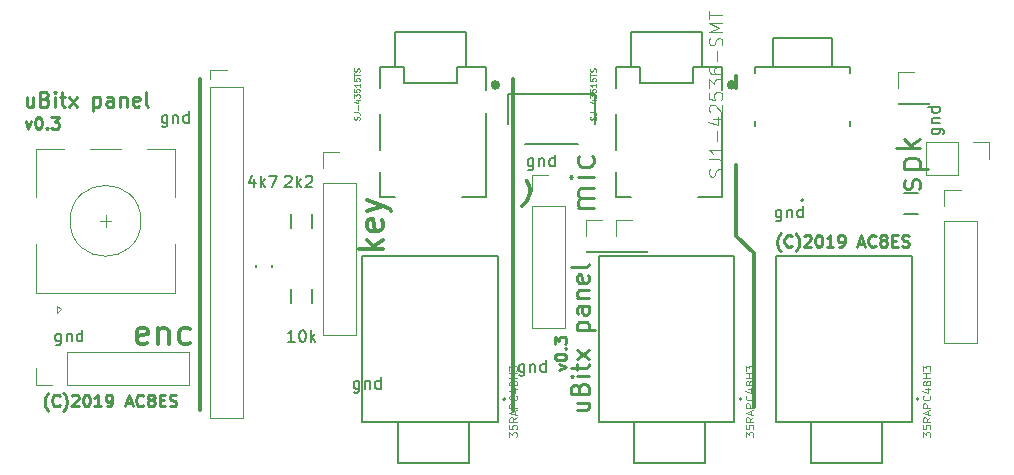
<source format=gto>
G04 #@! TF.FileFunction,Legend,Top*
%FSLAX46Y46*%
G04 Gerber Fmt 4.6, Leading zero omitted, Abs format (unit mm)*
G04 Created by KiCad (PCBNEW 4.0.6) date Sunday, March 03, 2019 'PMt' 03:44:16 PM*
%MOMM*%
%LPD*%
G01*
G04 APERTURE LIST*
%ADD10C,0.150000*%
%ADD11C,0.300000*%
%ADD12C,0.200000*%
%ADD13C,0.250000*%
%ADD14C,0.120000*%
%ADD15C,0.127000*%
%ADD16C,0.400000*%
%ADD17C,0.050000*%
G04 APERTURE END LIST*
D10*
D11*
X132770880Y-91244420D02*
G75*
G03X133151880Y-89085420I-889000J1270000D01*
G01*
D12*
X113506642Y-102745801D02*
X112935213Y-102745801D01*
X113220927Y-102745801D02*
X113220927Y-101745801D01*
X113125689Y-101888658D01*
X113030451Y-101983896D01*
X112935213Y-102031515D01*
X114125689Y-101745801D02*
X114220928Y-101745801D01*
X114316166Y-101793420D01*
X114363785Y-101841039D01*
X114411404Y-101936277D01*
X114459023Y-102126753D01*
X114459023Y-102364849D01*
X114411404Y-102555325D01*
X114363785Y-102650563D01*
X114316166Y-102698182D01*
X114220928Y-102745801D01*
X114125689Y-102745801D01*
X114030451Y-102698182D01*
X113982832Y-102650563D01*
X113935213Y-102555325D01*
X113887594Y-102364849D01*
X113887594Y-102126753D01*
X113935213Y-101936277D01*
X113982832Y-101841039D01*
X114030451Y-101793420D01*
X114125689Y-101745801D01*
X114887594Y-102745801D02*
X114887594Y-101745801D01*
X114982832Y-102364849D02*
X115268547Y-102745801D01*
X115268547Y-102079134D02*
X114887594Y-102460087D01*
X112681213Y-88760039D02*
X112728832Y-88712420D01*
X112824070Y-88664801D01*
X113062166Y-88664801D01*
X113157404Y-88712420D01*
X113205023Y-88760039D01*
X113252642Y-88855277D01*
X113252642Y-88950515D01*
X113205023Y-89093372D01*
X112633594Y-89664801D01*
X113252642Y-89664801D01*
X113681213Y-89664801D02*
X113681213Y-88664801D01*
X113776451Y-89283849D02*
X114062166Y-89664801D01*
X114062166Y-88998134D02*
X113681213Y-89379087D01*
X114443118Y-88760039D02*
X114490737Y-88712420D01*
X114585975Y-88664801D01*
X114824071Y-88664801D01*
X114919309Y-88712420D01*
X114966928Y-88760039D01*
X115014547Y-88855277D01*
X115014547Y-88950515D01*
X114966928Y-89093372D01*
X114395499Y-89664801D01*
X115014547Y-89664801D01*
D13*
X135858594Y-105118991D02*
X136525261Y-104880896D01*
X135858594Y-104642800D01*
X135525261Y-104071372D02*
X135525261Y-103976133D01*
X135572880Y-103880895D01*
X135620499Y-103833276D01*
X135715737Y-103785657D01*
X135906213Y-103738038D01*
X136144309Y-103738038D01*
X136334785Y-103785657D01*
X136430023Y-103833276D01*
X136477642Y-103880895D01*
X136525261Y-103976133D01*
X136525261Y-104071372D01*
X136477642Y-104166610D01*
X136430023Y-104214229D01*
X136334785Y-104261848D01*
X136144309Y-104309467D01*
X135906213Y-104309467D01*
X135715737Y-104261848D01*
X135620499Y-104214229D01*
X135572880Y-104166610D01*
X135525261Y-104071372D01*
X136430023Y-103309467D02*
X136477642Y-103261848D01*
X136525261Y-103309467D01*
X136477642Y-103357086D01*
X136430023Y-103309467D01*
X136525261Y-103309467D01*
X135525261Y-102928515D02*
X135525261Y-102309467D01*
X135906213Y-102642801D01*
X135906213Y-102499943D01*
X135953832Y-102404705D01*
X136001451Y-102357086D01*
X136096690Y-102309467D01*
X136334785Y-102309467D01*
X136430023Y-102357086D01*
X136477642Y-102404705D01*
X136525261Y-102499943D01*
X136525261Y-102785658D01*
X136477642Y-102880896D01*
X136430023Y-102928515D01*
X90733309Y-84045134D02*
X90971404Y-84711801D01*
X91209500Y-84045134D01*
X91780928Y-83711801D02*
X91876167Y-83711801D01*
X91971405Y-83759420D01*
X92019024Y-83807039D01*
X92066643Y-83902277D01*
X92114262Y-84092753D01*
X92114262Y-84330849D01*
X92066643Y-84521325D01*
X92019024Y-84616563D01*
X91971405Y-84664182D01*
X91876167Y-84711801D01*
X91780928Y-84711801D01*
X91685690Y-84664182D01*
X91638071Y-84616563D01*
X91590452Y-84521325D01*
X91542833Y-84330849D01*
X91542833Y-84092753D01*
X91590452Y-83902277D01*
X91638071Y-83807039D01*
X91685690Y-83759420D01*
X91780928Y-83711801D01*
X92542833Y-84616563D02*
X92590452Y-84664182D01*
X92542833Y-84711801D01*
X92495214Y-84664182D01*
X92542833Y-84616563D01*
X92542833Y-84711801D01*
X92923785Y-83711801D02*
X93542833Y-83711801D01*
X93209499Y-84092753D01*
X93352357Y-84092753D01*
X93447595Y-84140372D01*
X93495214Y-84187991D01*
X93542833Y-84283230D01*
X93542833Y-84521325D01*
X93495214Y-84616563D01*
X93447595Y-84664182D01*
X93352357Y-84711801D01*
X93066642Y-84711801D01*
X92971404Y-84664182D01*
X92923785Y-84616563D01*
D12*
X118971404Y-106045134D02*
X118971404Y-106854658D01*
X118923785Y-106949896D01*
X118876166Y-106997515D01*
X118780927Y-107045134D01*
X118638070Y-107045134D01*
X118542832Y-106997515D01*
X118971404Y-106664182D02*
X118876166Y-106711801D01*
X118685689Y-106711801D01*
X118590451Y-106664182D01*
X118542832Y-106616563D01*
X118495213Y-106521325D01*
X118495213Y-106235610D01*
X118542832Y-106140372D01*
X118590451Y-106092753D01*
X118685689Y-106045134D01*
X118876166Y-106045134D01*
X118971404Y-106092753D01*
X119447594Y-106045134D02*
X119447594Y-106711801D01*
X119447594Y-106140372D02*
X119495213Y-106092753D01*
X119590451Y-106045134D01*
X119733309Y-106045134D01*
X119828547Y-106092753D01*
X119876166Y-106187991D01*
X119876166Y-106711801D01*
X120780928Y-106711801D02*
X120780928Y-105711801D01*
X120780928Y-106664182D02*
X120685690Y-106711801D01*
X120495213Y-106711801D01*
X120399975Y-106664182D01*
X120352356Y-106616563D01*
X120304737Y-106521325D01*
X120304737Y-106235610D01*
X120352356Y-106140372D01*
X120399975Y-106092753D01*
X120495213Y-106045134D01*
X120685690Y-106045134D01*
X120780928Y-106092753D01*
D13*
X166346404Y-89831278D02*
X166441642Y-89640801D01*
X166441642Y-89259849D01*
X166346404Y-89069373D01*
X166155928Y-88974135D01*
X166060690Y-88974135D01*
X165870213Y-89069373D01*
X165774975Y-89259849D01*
X165774975Y-89545563D01*
X165679737Y-89736040D01*
X165489261Y-89831278D01*
X165394023Y-89831278D01*
X165203547Y-89736040D01*
X165108309Y-89545563D01*
X165108309Y-89259849D01*
X165203547Y-89069373D01*
X165108309Y-88116992D02*
X167108309Y-88116992D01*
X165203547Y-88116992D02*
X165108309Y-87926515D01*
X165108309Y-87545563D01*
X165203547Y-87355087D01*
X165298785Y-87259849D01*
X165489261Y-87164611D01*
X166060690Y-87164611D01*
X166251166Y-87259849D01*
X166346404Y-87355087D01*
X166441642Y-87545563D01*
X166441642Y-87926515D01*
X166346404Y-88116992D01*
X166441642Y-86307468D02*
X164441642Y-86307468D01*
X165679737Y-86116991D02*
X166441642Y-85545563D01*
X165108309Y-85545563D02*
X165870213Y-86307468D01*
X137402451Y-107884706D02*
X138402451Y-107884706D01*
X137402451Y-108527563D02*
X138188166Y-108527563D01*
X138331023Y-108456135D01*
X138402451Y-108313277D01*
X138402451Y-108098992D01*
X138331023Y-107956135D01*
X138259594Y-107884706D01*
X137616737Y-106670420D02*
X137688166Y-106456134D01*
X137759594Y-106384706D01*
X137902451Y-106313277D01*
X138116737Y-106313277D01*
X138259594Y-106384706D01*
X138331023Y-106456134D01*
X138402451Y-106598992D01*
X138402451Y-107170420D01*
X136902451Y-107170420D01*
X136902451Y-106670420D01*
X136973880Y-106527563D01*
X137045309Y-106456134D01*
X137188166Y-106384706D01*
X137331023Y-106384706D01*
X137473880Y-106456134D01*
X137545309Y-106527563D01*
X137616737Y-106670420D01*
X137616737Y-107170420D01*
X138402451Y-105670420D02*
X137402451Y-105670420D01*
X136902451Y-105670420D02*
X136973880Y-105741849D01*
X137045309Y-105670420D01*
X136973880Y-105598992D01*
X136902451Y-105670420D01*
X137045309Y-105670420D01*
X137402451Y-105170420D02*
X137402451Y-104598991D01*
X136902451Y-104956134D02*
X138188166Y-104956134D01*
X138331023Y-104884706D01*
X138402451Y-104741848D01*
X138402451Y-104598991D01*
X138402451Y-104241848D02*
X137402451Y-103456134D01*
X137402451Y-104241848D02*
X138402451Y-103456134D01*
X137402451Y-101741848D02*
X138902451Y-101741848D01*
X137473880Y-101741848D02*
X137402451Y-101598991D01*
X137402451Y-101313277D01*
X137473880Y-101170420D01*
X137545309Y-101098991D01*
X137688166Y-101027562D01*
X138116737Y-101027562D01*
X138259594Y-101098991D01*
X138331023Y-101170420D01*
X138402451Y-101313277D01*
X138402451Y-101598991D01*
X138331023Y-101741848D01*
X138402451Y-99741848D02*
X137616737Y-99741848D01*
X137473880Y-99813277D01*
X137402451Y-99956134D01*
X137402451Y-100241848D01*
X137473880Y-100384705D01*
X138331023Y-99741848D02*
X138402451Y-99884705D01*
X138402451Y-100241848D01*
X138331023Y-100384705D01*
X138188166Y-100456134D01*
X138045309Y-100456134D01*
X137902451Y-100384705D01*
X137831023Y-100241848D01*
X137831023Y-99884705D01*
X137759594Y-99741848D01*
X137402451Y-99027562D02*
X138402451Y-99027562D01*
X137545309Y-99027562D02*
X137473880Y-98956134D01*
X137402451Y-98813276D01*
X137402451Y-98598991D01*
X137473880Y-98456134D01*
X137616737Y-98384705D01*
X138402451Y-98384705D01*
X138331023Y-97098991D02*
X138402451Y-97241848D01*
X138402451Y-97527562D01*
X138331023Y-97670419D01*
X138188166Y-97741848D01*
X137616737Y-97741848D01*
X137473880Y-97670419D01*
X137402451Y-97527562D01*
X137402451Y-97241848D01*
X137473880Y-97098991D01*
X137616737Y-97027562D01*
X137759594Y-97027562D01*
X137902451Y-97741848D01*
X138402451Y-96170419D02*
X138331023Y-96313277D01*
X138188166Y-96384705D01*
X136902451Y-96384705D01*
D12*
X154721404Y-91545134D02*
X154721404Y-92354658D01*
X154673785Y-92449896D01*
X154626166Y-92497515D01*
X154530927Y-92545134D01*
X154388070Y-92545134D01*
X154292832Y-92497515D01*
X154721404Y-92164182D02*
X154626166Y-92211801D01*
X154435689Y-92211801D01*
X154340451Y-92164182D01*
X154292832Y-92116563D01*
X154245213Y-92021325D01*
X154245213Y-91735610D01*
X154292832Y-91640372D01*
X154340451Y-91592753D01*
X154435689Y-91545134D01*
X154626166Y-91545134D01*
X154721404Y-91592753D01*
X155197594Y-91545134D02*
X155197594Y-92211801D01*
X155197594Y-91640372D02*
X155245213Y-91592753D01*
X155340451Y-91545134D01*
X155483309Y-91545134D01*
X155578547Y-91592753D01*
X155626166Y-91687991D01*
X155626166Y-92211801D01*
X156530928Y-92211801D02*
X156530928Y-91211801D01*
X156530928Y-92164182D02*
X156435690Y-92211801D01*
X156245213Y-92211801D01*
X156149975Y-92164182D01*
X156102356Y-92116563D01*
X156054737Y-92021325D01*
X156054737Y-91735610D01*
X156102356Y-91640372D01*
X156149975Y-91592753D01*
X156245213Y-91545134D01*
X156435690Y-91545134D01*
X156530928Y-91592753D01*
X167447594Y-84699896D02*
X168257118Y-84699896D01*
X168352356Y-84747515D01*
X168399975Y-84795134D01*
X168447594Y-84890373D01*
X168447594Y-85033230D01*
X168399975Y-85128468D01*
X168066642Y-84699896D02*
X168114261Y-84795134D01*
X168114261Y-84985611D01*
X168066642Y-85080849D01*
X168019023Y-85128468D01*
X167923785Y-85176087D01*
X167638070Y-85176087D01*
X167542832Y-85128468D01*
X167495213Y-85080849D01*
X167447594Y-84985611D01*
X167447594Y-84795134D01*
X167495213Y-84699896D01*
X167447594Y-84223706D02*
X168114261Y-84223706D01*
X167542832Y-84223706D02*
X167495213Y-84176087D01*
X167447594Y-84080849D01*
X167447594Y-83937991D01*
X167495213Y-83842753D01*
X167590451Y-83795134D01*
X168114261Y-83795134D01*
X168114261Y-82890372D02*
X167114261Y-82890372D01*
X168066642Y-82890372D02*
X168114261Y-82985610D01*
X168114261Y-83176087D01*
X168066642Y-83271325D01*
X168019023Y-83318944D01*
X167923785Y-83366563D01*
X167638070Y-83366563D01*
X167542832Y-83318944D01*
X167495213Y-83271325D01*
X167447594Y-83176087D01*
X167447594Y-82985610D01*
X167495213Y-82890372D01*
X133731404Y-87220134D02*
X133731404Y-88029658D01*
X133683785Y-88124896D01*
X133636166Y-88172515D01*
X133540927Y-88220134D01*
X133398070Y-88220134D01*
X133302832Y-88172515D01*
X133731404Y-87839182D02*
X133636166Y-87886801D01*
X133445689Y-87886801D01*
X133350451Y-87839182D01*
X133302832Y-87791563D01*
X133255213Y-87696325D01*
X133255213Y-87410610D01*
X133302832Y-87315372D01*
X133350451Y-87267753D01*
X133445689Y-87220134D01*
X133636166Y-87220134D01*
X133731404Y-87267753D01*
X134207594Y-87220134D02*
X134207594Y-87886801D01*
X134207594Y-87315372D02*
X134255213Y-87267753D01*
X134350451Y-87220134D01*
X134493309Y-87220134D01*
X134588547Y-87267753D01*
X134636166Y-87362991D01*
X134636166Y-87886801D01*
X135540928Y-87886801D02*
X135540928Y-86886801D01*
X135540928Y-87839182D02*
X135445690Y-87886801D01*
X135255213Y-87886801D01*
X135159975Y-87839182D01*
X135112356Y-87791563D01*
X135064737Y-87696325D01*
X135064737Y-87410610D01*
X135112356Y-87315372D01*
X135159975Y-87267753D01*
X135255213Y-87220134D01*
X135445690Y-87220134D01*
X135540928Y-87267753D01*
X132969404Y-104619134D02*
X132969404Y-105428658D01*
X132921785Y-105523896D01*
X132874166Y-105571515D01*
X132778927Y-105619134D01*
X132636070Y-105619134D01*
X132540832Y-105571515D01*
X132969404Y-105238182D02*
X132874166Y-105285801D01*
X132683689Y-105285801D01*
X132588451Y-105238182D01*
X132540832Y-105190563D01*
X132493213Y-105095325D01*
X132493213Y-104809610D01*
X132540832Y-104714372D01*
X132588451Y-104666753D01*
X132683689Y-104619134D01*
X132874166Y-104619134D01*
X132969404Y-104666753D01*
X133445594Y-104619134D02*
X133445594Y-105285801D01*
X133445594Y-104714372D02*
X133493213Y-104666753D01*
X133588451Y-104619134D01*
X133731309Y-104619134D01*
X133826547Y-104666753D01*
X133874166Y-104761991D01*
X133874166Y-105285801D01*
X134778928Y-105285801D02*
X134778928Y-104285801D01*
X134778928Y-105238182D02*
X134683690Y-105285801D01*
X134493213Y-105285801D01*
X134397975Y-105238182D01*
X134350356Y-105190563D01*
X134302737Y-105095325D01*
X134302737Y-104809610D01*
X134350356Y-104714372D01*
X134397975Y-104666753D01*
X134493213Y-104619134D01*
X134683690Y-104619134D01*
X134778928Y-104666753D01*
X93721404Y-102045134D02*
X93721404Y-102854658D01*
X93673785Y-102949896D01*
X93626166Y-102997515D01*
X93530927Y-103045134D01*
X93388070Y-103045134D01*
X93292832Y-102997515D01*
X93721404Y-102664182D02*
X93626166Y-102711801D01*
X93435689Y-102711801D01*
X93340451Y-102664182D01*
X93292832Y-102616563D01*
X93245213Y-102521325D01*
X93245213Y-102235610D01*
X93292832Y-102140372D01*
X93340451Y-102092753D01*
X93435689Y-102045134D01*
X93626166Y-102045134D01*
X93721404Y-102092753D01*
X94197594Y-102045134D02*
X94197594Y-102711801D01*
X94197594Y-102140372D02*
X94245213Y-102092753D01*
X94340451Y-102045134D01*
X94483309Y-102045134D01*
X94578547Y-102092753D01*
X94626166Y-102187991D01*
X94626166Y-102711801D01*
X95530928Y-102711801D02*
X95530928Y-101711801D01*
X95530928Y-102664182D02*
X95435690Y-102711801D01*
X95245213Y-102711801D01*
X95149975Y-102664182D01*
X95102356Y-102616563D01*
X95054737Y-102521325D01*
X95054737Y-102235610D01*
X95102356Y-102140372D01*
X95149975Y-102092753D01*
X95245213Y-102045134D01*
X95435690Y-102045134D01*
X95530928Y-102092753D01*
X102721404Y-83545134D02*
X102721404Y-84354658D01*
X102673785Y-84449896D01*
X102626166Y-84497515D01*
X102530927Y-84545134D01*
X102388070Y-84545134D01*
X102292832Y-84497515D01*
X102721404Y-84164182D02*
X102626166Y-84211801D01*
X102435689Y-84211801D01*
X102340451Y-84164182D01*
X102292832Y-84116563D01*
X102245213Y-84021325D01*
X102245213Y-83735610D01*
X102292832Y-83640372D01*
X102340451Y-83592753D01*
X102435689Y-83545134D01*
X102626166Y-83545134D01*
X102721404Y-83592753D01*
X103197594Y-83545134D02*
X103197594Y-84211801D01*
X103197594Y-83640372D02*
X103245213Y-83592753D01*
X103340451Y-83545134D01*
X103483309Y-83545134D01*
X103578547Y-83592753D01*
X103626166Y-83687991D01*
X103626166Y-84211801D01*
X104530928Y-84211801D02*
X104530928Y-83211801D01*
X104530928Y-84164182D02*
X104435690Y-84211801D01*
X104245213Y-84211801D01*
X104149975Y-84164182D01*
X104102356Y-84116563D01*
X104054737Y-84021325D01*
X104054737Y-83735610D01*
X104102356Y-83640372D01*
X104149975Y-83592753D01*
X104245213Y-83545134D01*
X104435690Y-83545134D01*
X104530928Y-83592753D01*
D13*
X91358309Y-81991563D02*
X91358309Y-82824896D01*
X90822595Y-81991563D02*
X90822595Y-82646325D01*
X90882119Y-82765372D01*
X91001166Y-82824896D01*
X91179738Y-82824896D01*
X91298786Y-82765372D01*
X91358309Y-82705849D01*
X92370214Y-82170134D02*
X92548785Y-82229658D01*
X92608309Y-82289182D01*
X92667833Y-82408230D01*
X92667833Y-82586801D01*
X92608309Y-82705849D01*
X92548785Y-82765372D01*
X92429738Y-82824896D01*
X91953547Y-82824896D01*
X91953547Y-81574896D01*
X92370214Y-81574896D01*
X92489261Y-81634420D01*
X92548785Y-81693944D01*
X92608309Y-81812991D01*
X92608309Y-81932039D01*
X92548785Y-82051087D01*
X92489261Y-82110610D01*
X92370214Y-82170134D01*
X91953547Y-82170134D01*
X93203547Y-82824896D02*
X93203547Y-81991563D01*
X93203547Y-81574896D02*
X93144023Y-81634420D01*
X93203547Y-81693944D01*
X93263071Y-81634420D01*
X93203547Y-81574896D01*
X93203547Y-81693944D01*
X93620214Y-81991563D02*
X94096404Y-81991563D01*
X93798785Y-81574896D02*
X93798785Y-82646325D01*
X93858309Y-82765372D01*
X93977356Y-82824896D01*
X94096404Y-82824896D01*
X94394023Y-82824896D02*
X95048785Y-81991563D01*
X94394023Y-81991563D02*
X95048785Y-82824896D01*
X96477357Y-81991563D02*
X96477357Y-83241563D01*
X96477357Y-82051087D02*
X96596405Y-81991563D01*
X96834500Y-81991563D01*
X96953548Y-82051087D01*
X97013071Y-82110610D01*
X97072595Y-82229658D01*
X97072595Y-82586801D01*
X97013071Y-82705849D01*
X96953548Y-82765372D01*
X96834500Y-82824896D01*
X96596405Y-82824896D01*
X96477357Y-82765372D01*
X98144023Y-82824896D02*
X98144023Y-82170134D01*
X98084500Y-82051087D01*
X97965452Y-81991563D01*
X97727357Y-81991563D01*
X97608309Y-82051087D01*
X98144023Y-82765372D02*
X98024976Y-82824896D01*
X97727357Y-82824896D01*
X97608309Y-82765372D01*
X97548785Y-82646325D01*
X97548785Y-82527277D01*
X97608309Y-82408230D01*
X97727357Y-82348706D01*
X98024976Y-82348706D01*
X98144023Y-82289182D01*
X98739261Y-81991563D02*
X98739261Y-82824896D01*
X98739261Y-82110610D02*
X98798785Y-82051087D01*
X98917832Y-81991563D01*
X99096404Y-81991563D01*
X99215452Y-82051087D01*
X99274975Y-82170134D01*
X99274975Y-82824896D01*
X100346404Y-82765372D02*
X100227356Y-82824896D01*
X99989261Y-82824896D01*
X99870213Y-82765372D01*
X99810689Y-82646325D01*
X99810689Y-82170134D01*
X99870213Y-82051087D01*
X99989261Y-81991563D01*
X100227356Y-81991563D01*
X100346404Y-82051087D01*
X100405927Y-82170134D01*
X100405927Y-82289182D01*
X99810689Y-82408230D01*
X101120213Y-82824896D02*
X101001166Y-82765372D01*
X100941642Y-82646325D01*
X100941642Y-81574896D01*
D11*
X105500000Y-80500000D02*
X105500000Y-108500000D01*
D13*
X154649975Y-95092753D02*
X154602355Y-95045134D01*
X154507117Y-94902277D01*
X154459498Y-94807039D01*
X154411879Y-94664182D01*
X154364260Y-94426087D01*
X154364260Y-94235610D01*
X154411879Y-93997515D01*
X154459498Y-93854658D01*
X154507117Y-93759420D01*
X154602355Y-93616563D01*
X154649975Y-93568944D01*
X155602356Y-94616563D02*
X155554737Y-94664182D01*
X155411880Y-94711801D01*
X155316642Y-94711801D01*
X155173784Y-94664182D01*
X155078546Y-94568944D01*
X155030927Y-94473706D01*
X154983308Y-94283230D01*
X154983308Y-94140372D01*
X155030927Y-93949896D01*
X155078546Y-93854658D01*
X155173784Y-93759420D01*
X155316642Y-93711801D01*
X155411880Y-93711801D01*
X155554737Y-93759420D01*
X155602356Y-93807039D01*
X155935689Y-95092753D02*
X155983308Y-95045134D01*
X156078546Y-94902277D01*
X156126165Y-94807039D01*
X156173784Y-94664182D01*
X156221403Y-94426087D01*
X156221403Y-94235610D01*
X156173784Y-93997515D01*
X156126165Y-93854658D01*
X156078546Y-93759420D01*
X155983308Y-93616563D01*
X155935689Y-93568944D01*
X156649975Y-93807039D02*
X156697594Y-93759420D01*
X156792832Y-93711801D01*
X157030928Y-93711801D01*
X157126166Y-93759420D01*
X157173785Y-93807039D01*
X157221404Y-93902277D01*
X157221404Y-93997515D01*
X157173785Y-94140372D01*
X156602356Y-94711801D01*
X157221404Y-94711801D01*
X157840451Y-93711801D02*
X157935690Y-93711801D01*
X158030928Y-93759420D01*
X158078547Y-93807039D01*
X158126166Y-93902277D01*
X158173785Y-94092753D01*
X158173785Y-94330849D01*
X158126166Y-94521325D01*
X158078547Y-94616563D01*
X158030928Y-94664182D01*
X157935690Y-94711801D01*
X157840451Y-94711801D01*
X157745213Y-94664182D01*
X157697594Y-94616563D01*
X157649975Y-94521325D01*
X157602356Y-94330849D01*
X157602356Y-94092753D01*
X157649975Y-93902277D01*
X157697594Y-93807039D01*
X157745213Y-93759420D01*
X157840451Y-93711801D01*
X159126166Y-94711801D02*
X158554737Y-94711801D01*
X158840451Y-94711801D02*
X158840451Y-93711801D01*
X158745213Y-93854658D01*
X158649975Y-93949896D01*
X158554737Y-93997515D01*
X159602356Y-94711801D02*
X159792832Y-94711801D01*
X159888071Y-94664182D01*
X159935690Y-94616563D01*
X160030928Y-94473706D01*
X160078547Y-94283230D01*
X160078547Y-93902277D01*
X160030928Y-93807039D01*
X159983309Y-93759420D01*
X159888071Y-93711801D01*
X159697594Y-93711801D01*
X159602356Y-93759420D01*
X159554737Y-93807039D01*
X159507118Y-93902277D01*
X159507118Y-94140372D01*
X159554737Y-94235610D01*
X159602356Y-94283230D01*
X159697594Y-94330849D01*
X159888071Y-94330849D01*
X159983309Y-94283230D01*
X160030928Y-94235610D01*
X160078547Y-94140372D01*
X161221404Y-94426087D02*
X161697595Y-94426087D01*
X161126166Y-94711801D02*
X161459499Y-93711801D01*
X161792833Y-94711801D01*
X162697595Y-94616563D02*
X162649976Y-94664182D01*
X162507119Y-94711801D01*
X162411881Y-94711801D01*
X162269023Y-94664182D01*
X162173785Y-94568944D01*
X162126166Y-94473706D01*
X162078547Y-94283230D01*
X162078547Y-94140372D01*
X162126166Y-93949896D01*
X162173785Y-93854658D01*
X162269023Y-93759420D01*
X162411881Y-93711801D01*
X162507119Y-93711801D01*
X162649976Y-93759420D01*
X162697595Y-93807039D01*
X163269023Y-94140372D02*
X163173785Y-94092753D01*
X163126166Y-94045134D01*
X163078547Y-93949896D01*
X163078547Y-93902277D01*
X163126166Y-93807039D01*
X163173785Y-93759420D01*
X163269023Y-93711801D01*
X163459500Y-93711801D01*
X163554738Y-93759420D01*
X163602357Y-93807039D01*
X163649976Y-93902277D01*
X163649976Y-93949896D01*
X163602357Y-94045134D01*
X163554738Y-94092753D01*
X163459500Y-94140372D01*
X163269023Y-94140372D01*
X163173785Y-94187991D01*
X163126166Y-94235610D01*
X163078547Y-94330849D01*
X163078547Y-94521325D01*
X163126166Y-94616563D01*
X163173785Y-94664182D01*
X163269023Y-94711801D01*
X163459500Y-94711801D01*
X163554738Y-94664182D01*
X163602357Y-94616563D01*
X163649976Y-94521325D01*
X163649976Y-94330849D01*
X163602357Y-94235610D01*
X163554738Y-94187991D01*
X163459500Y-94140372D01*
X164078547Y-94187991D02*
X164411881Y-94187991D01*
X164554738Y-94711801D02*
X164078547Y-94711801D01*
X164078547Y-93711801D01*
X164554738Y-93711801D01*
X164935690Y-94664182D02*
X165078547Y-94711801D01*
X165316643Y-94711801D01*
X165411881Y-94664182D01*
X165459500Y-94616563D01*
X165507119Y-94521325D01*
X165507119Y-94426087D01*
X165459500Y-94330849D01*
X165411881Y-94283230D01*
X165316643Y-94235610D01*
X165126166Y-94187991D01*
X165030928Y-94140372D01*
X164983309Y-94092753D01*
X164935690Y-93997515D01*
X164935690Y-93902277D01*
X164983309Y-93807039D01*
X165030928Y-93759420D01*
X165126166Y-93711801D01*
X165364262Y-93711801D01*
X165507119Y-93759420D01*
X92649975Y-108592753D02*
X92602355Y-108545134D01*
X92507117Y-108402277D01*
X92459498Y-108307039D01*
X92411879Y-108164182D01*
X92364260Y-107926087D01*
X92364260Y-107735610D01*
X92411879Y-107497515D01*
X92459498Y-107354658D01*
X92507117Y-107259420D01*
X92602355Y-107116563D01*
X92649975Y-107068944D01*
X93602356Y-108116563D02*
X93554737Y-108164182D01*
X93411880Y-108211801D01*
X93316642Y-108211801D01*
X93173784Y-108164182D01*
X93078546Y-108068944D01*
X93030927Y-107973706D01*
X92983308Y-107783230D01*
X92983308Y-107640372D01*
X93030927Y-107449896D01*
X93078546Y-107354658D01*
X93173784Y-107259420D01*
X93316642Y-107211801D01*
X93411880Y-107211801D01*
X93554737Y-107259420D01*
X93602356Y-107307039D01*
X93935689Y-108592753D02*
X93983308Y-108545134D01*
X94078546Y-108402277D01*
X94126165Y-108307039D01*
X94173784Y-108164182D01*
X94221403Y-107926087D01*
X94221403Y-107735610D01*
X94173784Y-107497515D01*
X94126165Y-107354658D01*
X94078546Y-107259420D01*
X93983308Y-107116563D01*
X93935689Y-107068944D01*
X94649975Y-107307039D02*
X94697594Y-107259420D01*
X94792832Y-107211801D01*
X95030928Y-107211801D01*
X95126166Y-107259420D01*
X95173785Y-107307039D01*
X95221404Y-107402277D01*
X95221404Y-107497515D01*
X95173785Y-107640372D01*
X94602356Y-108211801D01*
X95221404Y-108211801D01*
X95840451Y-107211801D02*
X95935690Y-107211801D01*
X96030928Y-107259420D01*
X96078547Y-107307039D01*
X96126166Y-107402277D01*
X96173785Y-107592753D01*
X96173785Y-107830849D01*
X96126166Y-108021325D01*
X96078547Y-108116563D01*
X96030928Y-108164182D01*
X95935690Y-108211801D01*
X95840451Y-108211801D01*
X95745213Y-108164182D01*
X95697594Y-108116563D01*
X95649975Y-108021325D01*
X95602356Y-107830849D01*
X95602356Y-107592753D01*
X95649975Y-107402277D01*
X95697594Y-107307039D01*
X95745213Y-107259420D01*
X95840451Y-107211801D01*
X97126166Y-108211801D02*
X96554737Y-108211801D01*
X96840451Y-108211801D02*
X96840451Y-107211801D01*
X96745213Y-107354658D01*
X96649975Y-107449896D01*
X96554737Y-107497515D01*
X97602356Y-108211801D02*
X97792832Y-108211801D01*
X97888071Y-108164182D01*
X97935690Y-108116563D01*
X98030928Y-107973706D01*
X98078547Y-107783230D01*
X98078547Y-107402277D01*
X98030928Y-107307039D01*
X97983309Y-107259420D01*
X97888071Y-107211801D01*
X97697594Y-107211801D01*
X97602356Y-107259420D01*
X97554737Y-107307039D01*
X97507118Y-107402277D01*
X97507118Y-107640372D01*
X97554737Y-107735610D01*
X97602356Y-107783230D01*
X97697594Y-107830849D01*
X97888071Y-107830849D01*
X97983309Y-107783230D01*
X98030928Y-107735610D01*
X98078547Y-107640372D01*
X99221404Y-107926087D02*
X99697595Y-107926087D01*
X99126166Y-108211801D02*
X99459499Y-107211801D01*
X99792833Y-108211801D01*
X100697595Y-108116563D02*
X100649976Y-108164182D01*
X100507119Y-108211801D01*
X100411881Y-108211801D01*
X100269023Y-108164182D01*
X100173785Y-108068944D01*
X100126166Y-107973706D01*
X100078547Y-107783230D01*
X100078547Y-107640372D01*
X100126166Y-107449896D01*
X100173785Y-107354658D01*
X100269023Y-107259420D01*
X100411881Y-107211801D01*
X100507119Y-107211801D01*
X100649976Y-107259420D01*
X100697595Y-107307039D01*
X101269023Y-107640372D02*
X101173785Y-107592753D01*
X101126166Y-107545134D01*
X101078547Y-107449896D01*
X101078547Y-107402277D01*
X101126166Y-107307039D01*
X101173785Y-107259420D01*
X101269023Y-107211801D01*
X101459500Y-107211801D01*
X101554738Y-107259420D01*
X101602357Y-107307039D01*
X101649976Y-107402277D01*
X101649976Y-107449896D01*
X101602357Y-107545134D01*
X101554738Y-107592753D01*
X101459500Y-107640372D01*
X101269023Y-107640372D01*
X101173785Y-107687991D01*
X101126166Y-107735610D01*
X101078547Y-107830849D01*
X101078547Y-108021325D01*
X101126166Y-108116563D01*
X101173785Y-108164182D01*
X101269023Y-108211801D01*
X101459500Y-108211801D01*
X101554738Y-108164182D01*
X101602357Y-108116563D01*
X101649976Y-108021325D01*
X101649976Y-107830849D01*
X101602357Y-107735610D01*
X101554738Y-107687991D01*
X101459500Y-107640372D01*
X102078547Y-107687991D02*
X102411881Y-107687991D01*
X102554738Y-108211801D02*
X102078547Y-108211801D01*
X102078547Y-107211801D01*
X102554738Y-107211801D01*
X102935690Y-108164182D02*
X103078547Y-108211801D01*
X103316643Y-108211801D01*
X103411881Y-108164182D01*
X103459500Y-108116563D01*
X103507119Y-108021325D01*
X103507119Y-107926087D01*
X103459500Y-107830849D01*
X103411881Y-107783230D01*
X103316643Y-107735610D01*
X103126166Y-107687991D01*
X103030928Y-107640372D01*
X102983309Y-107592753D01*
X102935690Y-107497515D01*
X102935690Y-107402277D01*
X102983309Y-107307039D01*
X103030928Y-107259420D01*
X103126166Y-107211801D01*
X103364262Y-107211801D01*
X103507119Y-107259420D01*
D12*
X110109404Y-88998134D02*
X110109404Y-89664801D01*
X109871308Y-88617182D02*
X109633213Y-89331468D01*
X110252261Y-89331468D01*
X110633213Y-89664801D02*
X110633213Y-88664801D01*
X110728451Y-89283849D02*
X111014166Y-89664801D01*
X111014166Y-88998134D02*
X110633213Y-89379087D01*
X111347499Y-88664801D02*
X112014166Y-88664801D01*
X111585594Y-89664801D01*
D11*
X150911880Y-81259420D02*
X150911880Y-80259420D01*
X150911880Y-93759420D02*
X150911880Y-87759420D01*
X152411880Y-95259420D02*
X150911880Y-93759420D01*
X152411880Y-108259420D02*
X152411880Y-95259420D01*
X132000000Y-80500000D02*
X132000000Y-108500000D01*
X101030927Y-102818944D02*
X100840451Y-102914182D01*
X100459499Y-102914182D01*
X100269022Y-102818944D01*
X100173784Y-102628468D01*
X100173784Y-101866563D01*
X100269022Y-101676087D01*
X100459499Y-101580849D01*
X100840451Y-101580849D01*
X101030927Y-101676087D01*
X101126165Y-101866563D01*
X101126165Y-102057039D01*
X100173784Y-102247515D01*
X101983308Y-101580849D02*
X101983308Y-102914182D01*
X101983308Y-101771325D02*
X102078547Y-101676087D01*
X102269023Y-101580849D01*
X102554737Y-101580849D01*
X102745213Y-101676087D01*
X102840451Y-101866563D01*
X102840451Y-102914182D01*
X104649975Y-102818944D02*
X104459499Y-102914182D01*
X104078547Y-102914182D01*
X103888071Y-102818944D01*
X103792832Y-102723706D01*
X103697594Y-102533230D01*
X103697594Y-101961801D01*
X103792832Y-101771325D01*
X103888071Y-101676087D01*
X104078547Y-101580849D01*
X104459499Y-101580849D01*
X104649975Y-101676087D01*
X120975642Y-94847802D02*
X118975642Y-94847802D01*
X120213737Y-94657325D02*
X120975642Y-94085897D01*
X119642309Y-94085897D02*
X120404213Y-94847802D01*
X120880404Y-92466849D02*
X120975642Y-92657325D01*
X120975642Y-93038277D01*
X120880404Y-93228754D01*
X120689928Y-93323992D01*
X119928023Y-93323992D01*
X119737547Y-93228754D01*
X119642309Y-93038277D01*
X119642309Y-92657325D01*
X119737547Y-92466849D01*
X119928023Y-92371611D01*
X120118499Y-92371611D01*
X120308975Y-93323992D01*
X119642309Y-91704944D02*
X120975642Y-91228753D01*
X119642309Y-90752563D02*
X120975642Y-91228753D01*
X121451832Y-91419229D01*
X121547070Y-91514468D01*
X121642309Y-91704944D01*
D13*
X138816642Y-91449897D02*
X137483309Y-91449897D01*
X137673785Y-91449897D02*
X137578547Y-91354658D01*
X137483309Y-91164182D01*
X137483309Y-90878468D01*
X137578547Y-90687992D01*
X137769023Y-90592754D01*
X138816642Y-90592754D01*
X137769023Y-90592754D02*
X137578547Y-90497516D01*
X137483309Y-90307039D01*
X137483309Y-90021325D01*
X137578547Y-89830849D01*
X137769023Y-89735611D01*
X138816642Y-89735611D01*
X138816642Y-88783230D02*
X137483309Y-88783230D01*
X136816642Y-88783230D02*
X136911880Y-88878468D01*
X137007118Y-88783230D01*
X136911880Y-88687991D01*
X136816642Y-88783230D01*
X137007118Y-88783230D01*
X138721404Y-86973706D02*
X138816642Y-87164182D01*
X138816642Y-87545134D01*
X138721404Y-87735610D01*
X138626166Y-87830849D01*
X138435690Y-87926087D01*
X137864261Y-87926087D01*
X137673785Y-87830849D01*
X137578547Y-87735610D01*
X137483309Y-87545134D01*
X137483309Y-87164182D01*
X137578547Y-86973706D01*
D14*
X133610000Y-91270000D02*
X133610000Y-101550000D01*
X133610000Y-101550000D02*
X136390000Y-101550000D01*
X136390000Y-101550000D02*
X136390000Y-91270000D01*
X136390000Y-91270000D02*
X133610000Y-91270000D01*
X133610000Y-90000000D02*
X133610000Y-88610000D01*
X133610000Y-88610000D02*
X135000000Y-88610000D01*
D15*
X149700000Y-81400000D02*
X149700000Y-79500000D01*
X149700000Y-79500000D02*
X148000000Y-79500000D01*
X148000000Y-79500000D02*
X147250000Y-79500000D01*
X147250000Y-79500000D02*
X147250000Y-80800000D01*
X147250000Y-80800000D02*
X142750000Y-80800000D01*
X142750000Y-80800000D02*
X142750000Y-79500000D01*
X142750000Y-79500000D02*
X142000000Y-79500000D01*
X142000000Y-79500000D02*
X140700000Y-79500000D01*
X140700000Y-79500000D02*
X140700000Y-81250000D01*
X142000000Y-79500000D02*
X142000000Y-76500000D01*
X142000000Y-76500000D02*
X148000000Y-76500000D01*
X148000000Y-76500000D02*
X148000000Y-79500000D01*
X149700000Y-83400000D02*
X149700000Y-90500000D01*
X149700000Y-90500000D02*
X147700000Y-90500000D01*
X142000000Y-90500000D02*
X140700000Y-90500000D01*
X140700000Y-90500000D02*
X140700000Y-88400000D01*
X140700000Y-86500000D02*
X140700000Y-83450000D01*
D16*
X150700000Y-81000000D02*
G75*
G03X150700000Y-81000000I-200000J0D01*
G01*
D14*
X168521880Y-92529420D02*
X168521880Y-102809420D01*
X168521880Y-102809420D02*
X171301880Y-102809420D01*
X171301880Y-102809420D02*
X171301880Y-92529420D01*
X171301880Y-92529420D02*
X168521880Y-92529420D01*
X168521880Y-91259420D02*
X168521880Y-89869420D01*
X168521880Y-89869420D02*
X169911880Y-89869420D01*
D15*
X139250000Y-109500000D02*
X139250000Y-95500000D01*
X139250000Y-95500000D02*
X150750000Y-95500000D01*
X150750000Y-95500000D02*
X150750000Y-109500000D01*
X150750000Y-109500000D02*
X148250000Y-109500000D01*
X148250000Y-109500000D02*
X142250000Y-109500000D01*
X142250000Y-109500000D02*
X139250000Y-109500000D01*
D12*
X151350000Y-107600000D02*
G75*
G03X151350000Y-107600000I-100000J0D01*
G01*
D15*
X142250000Y-109500000D02*
X142250000Y-113000000D01*
X142250000Y-113000000D02*
X148250000Y-113000000D01*
X148250000Y-113000000D02*
X148250000Y-109500000D01*
X154250000Y-109500000D02*
X154250000Y-95500000D01*
X154250000Y-95500000D02*
X165750000Y-95500000D01*
X165750000Y-95500000D02*
X165750000Y-109500000D01*
X165750000Y-109500000D02*
X163250000Y-109500000D01*
X163250000Y-109500000D02*
X157250000Y-109500000D01*
X157250000Y-109500000D02*
X154250000Y-109500000D01*
D12*
X166350000Y-107600000D02*
G75*
G03X166350000Y-107600000I-100000J0D01*
G01*
D15*
X157250000Y-109500000D02*
X157250000Y-113000000D01*
X157250000Y-113000000D02*
X163250000Y-113000000D01*
X163250000Y-113000000D02*
X163250000Y-109500000D01*
D14*
X94270000Y-106390000D02*
X104550000Y-106390000D01*
X104550000Y-106390000D02*
X104550000Y-103610000D01*
X104550000Y-103610000D02*
X94270000Y-103610000D01*
X94270000Y-103610000D02*
X94270000Y-106390000D01*
X93000000Y-106390000D02*
X91610000Y-106390000D01*
X91610000Y-106390000D02*
X91610000Y-105000000D01*
X97500000Y-93000000D02*
X97500000Y-92000000D01*
X97000000Y-92500000D02*
X98000000Y-92500000D01*
X101000000Y-86400000D02*
X103400000Y-86400000D01*
X96200000Y-86400000D02*
X98800000Y-86400000D01*
X91600000Y-86400000D02*
X94000000Y-86400000D01*
X93400000Y-99700000D02*
X93700000Y-100000000D01*
X93400000Y-100300000D02*
X93400000Y-99700000D01*
X93700000Y-100000000D02*
X93400000Y-100300000D01*
X91600000Y-98600000D02*
X103400000Y-98600000D01*
X91600000Y-94500000D02*
X91600000Y-98600000D01*
X103400000Y-94500000D02*
X103400000Y-98600000D01*
X103400000Y-86400000D02*
X103400000Y-90500000D01*
X91600000Y-90500000D02*
X91600000Y-86400000D01*
X100500000Y-92500000D02*
G75*
G03X100500000Y-92500000I-3000000J0D01*
G01*
D15*
X129700000Y-81400000D02*
X129700000Y-79500000D01*
X129700000Y-79500000D02*
X128000000Y-79500000D01*
X128000000Y-79500000D02*
X127250000Y-79500000D01*
X127250000Y-79500000D02*
X127250000Y-80800000D01*
X127250000Y-80800000D02*
X122750000Y-80800000D01*
X122750000Y-80800000D02*
X122750000Y-79500000D01*
X122750000Y-79500000D02*
X122000000Y-79500000D01*
X122000000Y-79500000D02*
X120700000Y-79500000D01*
X120700000Y-79500000D02*
X120700000Y-81250000D01*
X122000000Y-79500000D02*
X122000000Y-76500000D01*
X122000000Y-76500000D02*
X128000000Y-76500000D01*
X128000000Y-76500000D02*
X128000000Y-79500000D01*
X129700000Y-83400000D02*
X129700000Y-90500000D01*
X129700000Y-90500000D02*
X127700000Y-90500000D01*
X122000000Y-90500000D02*
X120700000Y-90500000D01*
X120700000Y-90500000D02*
X120700000Y-88400000D01*
X120700000Y-86500000D02*
X120700000Y-83450000D01*
D16*
X130700000Y-81000000D02*
G75*
G03X130700000Y-81000000I-200000J0D01*
G01*
D15*
X119250000Y-109500000D02*
X119250000Y-95500000D01*
X119250000Y-95500000D02*
X130750000Y-95500000D01*
X130750000Y-95500000D02*
X130750000Y-109500000D01*
X130750000Y-109500000D02*
X128250000Y-109500000D01*
X128250000Y-109500000D02*
X122250000Y-109500000D01*
X122250000Y-109500000D02*
X119250000Y-109500000D01*
D12*
X131350000Y-107600000D02*
G75*
G03X131350000Y-107600000I-100000J0D01*
G01*
D15*
X122250000Y-109500000D02*
X122250000Y-113000000D01*
X122250000Y-113000000D02*
X128250000Y-113000000D01*
X128250000Y-113000000D02*
X128250000Y-109500000D01*
D14*
X106360000Y-81135000D02*
X106360000Y-109195000D01*
X106360000Y-109195000D02*
X109140000Y-109195000D01*
X109140000Y-109195000D02*
X109140000Y-81135000D01*
X109140000Y-81135000D02*
X106360000Y-81135000D01*
X106360000Y-80500000D02*
X106360000Y-79745000D01*
X106360000Y-79745000D02*
X107750000Y-79745000D01*
D15*
X160500000Y-80009420D02*
X160500000Y-79509420D01*
X160500000Y-79509420D02*
X159000000Y-79509420D01*
X159000000Y-79509420D02*
X154000000Y-79509420D01*
X154000000Y-79509420D02*
X152500000Y-79509420D01*
X152500000Y-79509420D02*
X152500000Y-80009420D01*
X159000000Y-79509420D02*
X159000000Y-77009420D01*
X159000000Y-77009420D02*
X154000000Y-77009420D01*
X154000000Y-77009420D02*
X154000000Y-79509420D01*
X152500000Y-84009420D02*
X152500000Y-84509420D01*
X160500000Y-84009420D02*
X160500000Y-84509420D01*
D12*
X156600000Y-90759420D02*
G75*
G03X156600000Y-90759420I-100000J0D01*
G01*
D14*
X115886880Y-89339420D02*
X115886880Y-102159420D01*
X115886880Y-102159420D02*
X118666880Y-102159420D01*
X118666880Y-102159420D02*
X118666880Y-89339420D01*
X118666880Y-89339420D02*
X115886880Y-89339420D01*
X115886880Y-88069420D02*
X115886880Y-86679420D01*
X115886880Y-86679420D02*
X117276880Y-86679420D01*
D10*
X110225840Y-96324420D02*
X110225840Y-96423480D01*
X110225840Y-96423480D02*
X110225840Y-96324420D01*
X110225840Y-96324420D02*
X110225840Y-96225360D01*
X111627920Y-96324420D02*
X111627920Y-96225360D01*
X111627920Y-96324420D02*
X111627920Y-96423480D01*
D14*
X169641880Y-85869420D02*
X166981880Y-85869420D01*
X166981880Y-85869420D02*
X166981880Y-88649420D01*
X166981880Y-88649420D02*
X169641880Y-88649420D01*
X169641880Y-88649420D02*
X169641880Y-85869420D01*
X170911880Y-85869420D02*
X172301880Y-85869420D01*
X172301880Y-85869420D02*
X172301880Y-87259420D01*
X140711880Y-95054420D02*
X140711880Y-95114420D01*
X140711880Y-95114420D02*
X143371880Y-95114420D01*
X143371880Y-95114420D02*
X143371880Y-95054420D01*
X143371880Y-95054420D02*
X140711880Y-95054420D01*
X140711880Y-93784420D02*
X140711880Y-92454420D01*
X140711880Y-92454420D02*
X142041880Y-92454420D01*
X138171880Y-95054420D02*
X138171880Y-95114420D01*
X138171880Y-95114420D02*
X140831880Y-95114420D01*
X140831880Y-95114420D02*
X140831880Y-95054420D01*
X140831880Y-95054420D02*
X138171880Y-95054420D01*
X138171880Y-93784420D02*
X138171880Y-92454420D01*
X138171880Y-92454420D02*
X139501880Y-92454420D01*
X164581880Y-82529420D02*
X164581880Y-82589420D01*
X164581880Y-82589420D02*
X167241880Y-82589420D01*
X167241880Y-82589420D02*
X167241880Y-82529420D01*
X167241880Y-82529420D02*
X164581880Y-82529420D01*
X164581880Y-81259420D02*
X164581880Y-79929420D01*
X164581880Y-79929420D02*
X165911880Y-79929420D01*
D10*
X165061880Y-90134420D02*
X166261880Y-90134420D01*
X166261880Y-91884420D02*
X165061880Y-91884420D01*
X131603000Y-81730000D02*
X138900000Y-81730000D01*
X138900000Y-81730000D02*
X138900000Y-84300000D01*
X133000000Y-86030000D02*
X137500000Y-86030000D01*
X131603000Y-81730000D02*
X131603000Y-84300000D01*
X114976880Y-98264420D02*
X114976880Y-99464420D01*
X113226880Y-99464420D02*
X113226880Y-98264420D01*
X113226880Y-93114420D02*
X113226880Y-91914420D01*
X114976880Y-91914420D02*
X114976880Y-93114420D01*
D17*
X138998592Y-83945340D02*
X139021451Y-83876763D01*
X139021451Y-83762467D01*
X138998592Y-83716749D01*
X138975733Y-83693890D01*
X138930015Y-83671031D01*
X138884297Y-83671031D01*
X138838579Y-83693890D01*
X138815720Y-83716749D01*
X138792860Y-83762467D01*
X138770001Y-83853904D01*
X138747142Y-83899622D01*
X138724283Y-83922481D01*
X138678565Y-83945340D01*
X138632847Y-83945340D01*
X138587129Y-83922481D01*
X138564270Y-83899622D01*
X138541411Y-83853904D01*
X138541411Y-83739608D01*
X138564270Y-83671031D01*
X138541411Y-83328145D02*
X138884297Y-83328145D01*
X138952874Y-83351005D01*
X138998592Y-83396723D01*
X139021451Y-83465300D01*
X139021451Y-83511018D01*
X138838579Y-83099555D02*
X138838579Y-82733810D01*
X138701424Y-82299488D02*
X139021451Y-82299488D01*
X138518552Y-82413784D02*
X138861438Y-82528079D01*
X138861438Y-82230911D01*
X138541411Y-82093757D02*
X138541411Y-81796589D01*
X138724283Y-81956603D01*
X138724283Y-81888025D01*
X138747142Y-81842307D01*
X138770001Y-81819448D01*
X138815720Y-81796589D01*
X138930015Y-81796589D01*
X138975733Y-81819448D01*
X138998592Y-81842307D01*
X139021451Y-81888025D01*
X139021451Y-82025180D01*
X138998592Y-82070898D01*
X138975733Y-82093757D01*
X138541411Y-81362267D02*
X138541411Y-81590858D01*
X138770001Y-81613717D01*
X138747142Y-81590858D01*
X138724283Y-81545140D01*
X138724283Y-81430844D01*
X138747142Y-81385126D01*
X138770001Y-81362267D01*
X138815720Y-81339408D01*
X138930015Y-81339408D01*
X138975733Y-81362267D01*
X138998592Y-81385126D01*
X139021451Y-81430844D01*
X139021451Y-81545140D01*
X138998592Y-81590858D01*
X138975733Y-81613717D01*
X139021451Y-80882227D02*
X139021451Y-81156536D01*
X139021451Y-81019382D02*
X138541411Y-81019382D01*
X138609988Y-81065100D01*
X138655706Y-81110818D01*
X138678565Y-81156536D01*
X138541411Y-80447905D02*
X138541411Y-80676496D01*
X138770001Y-80699355D01*
X138747142Y-80676496D01*
X138724283Y-80630778D01*
X138724283Y-80516482D01*
X138747142Y-80470764D01*
X138770001Y-80447905D01*
X138815720Y-80425046D01*
X138930015Y-80425046D01*
X138975733Y-80447905D01*
X138998592Y-80470764D01*
X139021451Y-80516482D01*
X139021451Y-80630778D01*
X138998592Y-80676496D01*
X138975733Y-80699355D01*
X138541411Y-80287892D02*
X138541411Y-80013583D01*
X139021451Y-80150738D02*
X138541411Y-80150738D01*
X138998592Y-79876429D02*
X139021451Y-79807852D01*
X139021451Y-79693556D01*
X138998592Y-79647838D01*
X138975733Y-79624979D01*
X138930015Y-79602120D01*
X138884297Y-79602120D01*
X138838579Y-79624979D01*
X138815720Y-79647838D01*
X138792860Y-79693556D01*
X138770001Y-79784993D01*
X138747142Y-79830711D01*
X138724283Y-79853570D01*
X138678565Y-79876429D01*
X138632847Y-79876429D01*
X138587129Y-79853570D01*
X138564270Y-79830711D01*
X138541411Y-79784993D01*
X138541411Y-79670697D01*
X138564270Y-79602120D01*
X151698967Y-110792378D02*
X151698967Y-110395841D01*
X151942990Y-110609361D01*
X151942990Y-110517852D01*
X151973492Y-110456847D01*
X152003995Y-110426344D01*
X152065001Y-110395841D01*
X152217515Y-110395841D01*
X152278521Y-110426344D01*
X152309023Y-110456847D01*
X152339526Y-110517852D01*
X152339526Y-110700869D01*
X152309023Y-110761875D01*
X152278521Y-110792378D01*
X151698967Y-109816288D02*
X151698967Y-110121316D01*
X152003995Y-110151819D01*
X151973492Y-110121316D01*
X151942990Y-110060310D01*
X151942990Y-109907796D01*
X151973492Y-109846791D01*
X152003995Y-109816288D01*
X152065001Y-109785785D01*
X152217515Y-109785785D01*
X152278521Y-109816288D01*
X152309023Y-109846791D01*
X152339526Y-109907796D01*
X152339526Y-110060310D01*
X152309023Y-110121316D01*
X152278521Y-110151819D01*
X152339526Y-109145226D02*
X152034498Y-109358746D01*
X152339526Y-109511260D02*
X151698967Y-109511260D01*
X151698967Y-109267237D01*
X151729470Y-109206232D01*
X151759973Y-109175729D01*
X151820978Y-109145226D01*
X151912487Y-109145226D01*
X151973492Y-109175729D01*
X152003995Y-109206232D01*
X152034498Y-109267237D01*
X152034498Y-109511260D01*
X152156509Y-108901204D02*
X152156509Y-108596176D01*
X152339526Y-108962209D02*
X151698967Y-108748690D01*
X152339526Y-108535170D01*
X152339526Y-108321650D02*
X151698967Y-108321650D01*
X151698967Y-108077627D01*
X151729470Y-108016622D01*
X151759973Y-107986119D01*
X151820978Y-107955616D01*
X151912487Y-107955616D01*
X151973492Y-107986119D01*
X152003995Y-108016622D01*
X152034498Y-108077627D01*
X152034498Y-108321650D01*
X152278521Y-107315057D02*
X152309023Y-107345560D01*
X152339526Y-107437068D01*
X152339526Y-107498074D01*
X152309023Y-107589583D01*
X152248018Y-107650588D01*
X152187012Y-107681091D01*
X152065001Y-107711594D01*
X151973492Y-107711594D01*
X151851481Y-107681091D01*
X151790476Y-107650588D01*
X151729470Y-107589583D01*
X151698967Y-107498074D01*
X151698967Y-107437068D01*
X151729470Y-107345560D01*
X151759973Y-107315057D01*
X151912487Y-106766007D02*
X152339526Y-106766007D01*
X151668464Y-106918521D02*
X152126007Y-107071035D01*
X152126007Y-106674498D01*
X152003995Y-106216956D02*
X152034498Y-106125448D01*
X152065001Y-106094945D01*
X152126007Y-106064442D01*
X152217515Y-106064442D01*
X152278521Y-106094945D01*
X152309023Y-106125448D01*
X152339526Y-106186453D01*
X152339526Y-106430476D01*
X151698967Y-106430476D01*
X151698967Y-106216956D01*
X151729470Y-106155951D01*
X151759973Y-106125448D01*
X151820978Y-106094945D01*
X151881984Y-106094945D01*
X151942990Y-106125448D01*
X151973492Y-106155951D01*
X152003995Y-106216956D01*
X152003995Y-106430476D01*
X152339526Y-105789917D02*
X151698967Y-105789917D01*
X152003995Y-105789917D02*
X152003995Y-105423883D01*
X152339526Y-105423883D02*
X151698967Y-105423883D01*
X151698967Y-105179861D02*
X151698967Y-104783324D01*
X151942990Y-104996844D01*
X151942990Y-104905335D01*
X151973492Y-104844330D01*
X152003995Y-104813827D01*
X152065001Y-104783324D01*
X152217515Y-104783324D01*
X152278521Y-104813827D01*
X152309023Y-104844330D01*
X152339526Y-104905335D01*
X152339526Y-105088352D01*
X152309023Y-105149358D01*
X152278521Y-105179861D01*
X166698967Y-110792378D02*
X166698967Y-110395841D01*
X166942990Y-110609361D01*
X166942990Y-110517852D01*
X166973492Y-110456847D01*
X167003995Y-110426344D01*
X167065001Y-110395841D01*
X167217515Y-110395841D01*
X167278521Y-110426344D01*
X167309023Y-110456847D01*
X167339526Y-110517852D01*
X167339526Y-110700869D01*
X167309023Y-110761875D01*
X167278521Y-110792378D01*
X166698967Y-109816288D02*
X166698967Y-110121316D01*
X167003995Y-110151819D01*
X166973492Y-110121316D01*
X166942990Y-110060310D01*
X166942990Y-109907796D01*
X166973492Y-109846791D01*
X167003995Y-109816288D01*
X167065001Y-109785785D01*
X167217515Y-109785785D01*
X167278521Y-109816288D01*
X167309023Y-109846791D01*
X167339526Y-109907796D01*
X167339526Y-110060310D01*
X167309023Y-110121316D01*
X167278521Y-110151819D01*
X167339526Y-109145226D02*
X167034498Y-109358746D01*
X167339526Y-109511260D02*
X166698967Y-109511260D01*
X166698967Y-109267237D01*
X166729470Y-109206232D01*
X166759973Y-109175729D01*
X166820978Y-109145226D01*
X166912487Y-109145226D01*
X166973492Y-109175729D01*
X167003995Y-109206232D01*
X167034498Y-109267237D01*
X167034498Y-109511260D01*
X167156509Y-108901204D02*
X167156509Y-108596176D01*
X167339526Y-108962209D02*
X166698967Y-108748690D01*
X167339526Y-108535170D01*
X167339526Y-108321650D02*
X166698967Y-108321650D01*
X166698967Y-108077627D01*
X166729470Y-108016622D01*
X166759973Y-107986119D01*
X166820978Y-107955616D01*
X166912487Y-107955616D01*
X166973492Y-107986119D01*
X167003995Y-108016622D01*
X167034498Y-108077627D01*
X167034498Y-108321650D01*
X167278521Y-107315057D02*
X167309023Y-107345560D01*
X167339526Y-107437068D01*
X167339526Y-107498074D01*
X167309023Y-107589583D01*
X167248018Y-107650588D01*
X167187012Y-107681091D01*
X167065001Y-107711594D01*
X166973492Y-107711594D01*
X166851481Y-107681091D01*
X166790476Y-107650588D01*
X166729470Y-107589583D01*
X166698967Y-107498074D01*
X166698967Y-107437068D01*
X166729470Y-107345560D01*
X166759973Y-107315057D01*
X166912487Y-106766007D02*
X167339526Y-106766007D01*
X166668464Y-106918521D02*
X167126007Y-107071035D01*
X167126007Y-106674498D01*
X167003995Y-106216956D02*
X167034498Y-106125448D01*
X167065001Y-106094945D01*
X167126007Y-106064442D01*
X167217515Y-106064442D01*
X167278521Y-106094945D01*
X167309023Y-106125448D01*
X167339526Y-106186453D01*
X167339526Y-106430476D01*
X166698967Y-106430476D01*
X166698967Y-106216956D01*
X166729470Y-106155951D01*
X166759973Y-106125448D01*
X166820978Y-106094945D01*
X166881984Y-106094945D01*
X166942990Y-106125448D01*
X166973492Y-106155951D01*
X167003995Y-106216956D01*
X167003995Y-106430476D01*
X167339526Y-105789917D02*
X166698967Y-105789917D01*
X167003995Y-105789917D02*
X167003995Y-105423883D01*
X167339526Y-105423883D02*
X166698967Y-105423883D01*
X166698967Y-105179861D02*
X166698967Y-104783324D01*
X166942990Y-104996844D01*
X166942990Y-104905335D01*
X166973492Y-104844330D01*
X167003995Y-104813827D01*
X167065001Y-104783324D01*
X167217515Y-104783324D01*
X167278521Y-104813827D01*
X167309023Y-104844330D01*
X167339526Y-104905335D01*
X167339526Y-105088352D01*
X167309023Y-105149358D01*
X167278521Y-105179861D01*
X118998592Y-83945340D02*
X119021451Y-83876763D01*
X119021451Y-83762467D01*
X118998592Y-83716749D01*
X118975733Y-83693890D01*
X118930015Y-83671031D01*
X118884297Y-83671031D01*
X118838579Y-83693890D01*
X118815720Y-83716749D01*
X118792860Y-83762467D01*
X118770001Y-83853904D01*
X118747142Y-83899622D01*
X118724283Y-83922481D01*
X118678565Y-83945340D01*
X118632847Y-83945340D01*
X118587129Y-83922481D01*
X118564270Y-83899622D01*
X118541411Y-83853904D01*
X118541411Y-83739608D01*
X118564270Y-83671031D01*
X118541411Y-83328145D02*
X118884297Y-83328145D01*
X118952874Y-83351005D01*
X118998592Y-83396723D01*
X119021451Y-83465300D01*
X119021451Y-83511018D01*
X118838579Y-83099555D02*
X118838579Y-82733810D01*
X118701424Y-82299488D02*
X119021451Y-82299488D01*
X118518552Y-82413784D02*
X118861438Y-82528079D01*
X118861438Y-82230911D01*
X118541411Y-82093757D02*
X118541411Y-81796589D01*
X118724283Y-81956603D01*
X118724283Y-81888025D01*
X118747142Y-81842307D01*
X118770001Y-81819448D01*
X118815720Y-81796589D01*
X118930015Y-81796589D01*
X118975733Y-81819448D01*
X118998592Y-81842307D01*
X119021451Y-81888025D01*
X119021451Y-82025180D01*
X118998592Y-82070898D01*
X118975733Y-82093757D01*
X118541411Y-81362267D02*
X118541411Y-81590858D01*
X118770001Y-81613717D01*
X118747142Y-81590858D01*
X118724283Y-81545140D01*
X118724283Y-81430844D01*
X118747142Y-81385126D01*
X118770001Y-81362267D01*
X118815720Y-81339408D01*
X118930015Y-81339408D01*
X118975733Y-81362267D01*
X118998592Y-81385126D01*
X119021451Y-81430844D01*
X119021451Y-81545140D01*
X118998592Y-81590858D01*
X118975733Y-81613717D01*
X119021451Y-80882227D02*
X119021451Y-81156536D01*
X119021451Y-81019382D02*
X118541411Y-81019382D01*
X118609988Y-81065100D01*
X118655706Y-81110818D01*
X118678565Y-81156536D01*
X118541411Y-80447905D02*
X118541411Y-80676496D01*
X118770001Y-80699355D01*
X118747142Y-80676496D01*
X118724283Y-80630778D01*
X118724283Y-80516482D01*
X118747142Y-80470764D01*
X118770001Y-80447905D01*
X118815720Y-80425046D01*
X118930015Y-80425046D01*
X118975733Y-80447905D01*
X118998592Y-80470764D01*
X119021451Y-80516482D01*
X119021451Y-80630778D01*
X118998592Y-80676496D01*
X118975733Y-80699355D01*
X118541411Y-80287892D02*
X118541411Y-80013583D01*
X119021451Y-80150738D02*
X118541411Y-80150738D01*
X118998592Y-79876429D02*
X119021451Y-79807852D01*
X119021451Y-79693556D01*
X118998592Y-79647838D01*
X118975733Y-79624979D01*
X118930015Y-79602120D01*
X118884297Y-79602120D01*
X118838579Y-79624979D01*
X118815720Y-79647838D01*
X118792860Y-79693556D01*
X118770001Y-79784993D01*
X118747142Y-79830711D01*
X118724283Y-79853570D01*
X118678565Y-79876429D01*
X118632847Y-79876429D01*
X118587129Y-79853570D01*
X118564270Y-79830711D01*
X118541411Y-79784993D01*
X118541411Y-79670697D01*
X118564270Y-79602120D01*
X131698967Y-110792378D02*
X131698967Y-110395841D01*
X131942990Y-110609361D01*
X131942990Y-110517852D01*
X131973492Y-110456847D01*
X132003995Y-110426344D01*
X132065001Y-110395841D01*
X132217515Y-110395841D01*
X132278521Y-110426344D01*
X132309023Y-110456847D01*
X132339526Y-110517852D01*
X132339526Y-110700869D01*
X132309023Y-110761875D01*
X132278521Y-110792378D01*
X131698967Y-109816288D02*
X131698967Y-110121316D01*
X132003995Y-110151819D01*
X131973492Y-110121316D01*
X131942990Y-110060310D01*
X131942990Y-109907796D01*
X131973492Y-109846791D01*
X132003995Y-109816288D01*
X132065001Y-109785785D01*
X132217515Y-109785785D01*
X132278521Y-109816288D01*
X132309023Y-109846791D01*
X132339526Y-109907796D01*
X132339526Y-110060310D01*
X132309023Y-110121316D01*
X132278521Y-110151819D01*
X132339526Y-109145226D02*
X132034498Y-109358746D01*
X132339526Y-109511260D02*
X131698967Y-109511260D01*
X131698967Y-109267237D01*
X131729470Y-109206232D01*
X131759973Y-109175729D01*
X131820978Y-109145226D01*
X131912487Y-109145226D01*
X131973492Y-109175729D01*
X132003995Y-109206232D01*
X132034498Y-109267237D01*
X132034498Y-109511260D01*
X132156509Y-108901204D02*
X132156509Y-108596176D01*
X132339526Y-108962209D02*
X131698967Y-108748690D01*
X132339526Y-108535170D01*
X132339526Y-108321650D02*
X131698967Y-108321650D01*
X131698967Y-108077627D01*
X131729470Y-108016622D01*
X131759973Y-107986119D01*
X131820978Y-107955616D01*
X131912487Y-107955616D01*
X131973492Y-107986119D01*
X132003995Y-108016622D01*
X132034498Y-108077627D01*
X132034498Y-108321650D01*
X132278521Y-107315057D02*
X132309023Y-107345560D01*
X132339526Y-107437068D01*
X132339526Y-107498074D01*
X132309023Y-107589583D01*
X132248018Y-107650588D01*
X132187012Y-107681091D01*
X132065001Y-107711594D01*
X131973492Y-107711594D01*
X131851481Y-107681091D01*
X131790476Y-107650588D01*
X131729470Y-107589583D01*
X131698967Y-107498074D01*
X131698967Y-107437068D01*
X131729470Y-107345560D01*
X131759973Y-107315057D01*
X131912487Y-106766007D02*
X132339526Y-106766007D01*
X131668464Y-106918521D02*
X132126007Y-107071035D01*
X132126007Y-106674498D01*
X132003995Y-106216956D02*
X132034498Y-106125448D01*
X132065001Y-106094945D01*
X132126007Y-106064442D01*
X132217515Y-106064442D01*
X132278521Y-106094945D01*
X132309023Y-106125448D01*
X132339526Y-106186453D01*
X132339526Y-106430476D01*
X131698967Y-106430476D01*
X131698967Y-106216956D01*
X131729470Y-106155951D01*
X131759973Y-106125448D01*
X131820978Y-106094945D01*
X131881984Y-106094945D01*
X131942990Y-106125448D01*
X131973492Y-106155951D01*
X132003995Y-106216956D01*
X132003995Y-106430476D01*
X132339526Y-105789917D02*
X131698967Y-105789917D01*
X132003995Y-105789917D02*
X132003995Y-105423883D01*
X132339526Y-105423883D02*
X131698967Y-105423883D01*
X131698967Y-105179861D02*
X131698967Y-104783324D01*
X131942990Y-104996844D01*
X131942990Y-104905335D01*
X131973492Y-104844330D01*
X132003995Y-104813827D01*
X132065001Y-104783324D01*
X132217515Y-104783324D01*
X132278521Y-104813827D01*
X132309023Y-104844330D01*
X132339526Y-104905335D01*
X132339526Y-105088352D01*
X132309023Y-105149358D01*
X132278521Y-105179861D01*
X149663670Y-88749380D02*
X149717010Y-88589360D01*
X149717010Y-88322660D01*
X149663670Y-88215980D01*
X149610330Y-88162640D01*
X149503650Y-88109300D01*
X149396970Y-88109300D01*
X149290290Y-88162640D01*
X149236950Y-88215980D01*
X149183610Y-88322660D01*
X149130270Y-88536020D01*
X149076930Y-88642700D01*
X149023590Y-88696040D01*
X148916910Y-88749380D01*
X148810230Y-88749380D01*
X148703550Y-88696040D01*
X148650210Y-88642700D01*
X148596870Y-88536020D01*
X148596870Y-88269320D01*
X148650210Y-88109300D01*
X148596870Y-87309200D02*
X149396970Y-87309200D01*
X149556990Y-87362540D01*
X149663670Y-87469220D01*
X149717010Y-87629240D01*
X149717010Y-87735920D01*
X149717010Y-86189060D02*
X149717010Y-86829140D01*
X149717010Y-86509100D02*
X148596870Y-86509100D01*
X148756890Y-86615780D01*
X148863570Y-86722460D01*
X148916910Y-86829140D01*
X149290290Y-85709000D02*
X149290290Y-84855560D01*
X148970250Y-83842100D02*
X149717010Y-83842100D01*
X148543530Y-84108800D02*
X149343630Y-84375500D01*
X149343630Y-83682080D01*
X148703550Y-83308700D02*
X148650210Y-83255360D01*
X148596870Y-83148680D01*
X148596870Y-82881980D01*
X148650210Y-82775300D01*
X148703550Y-82721960D01*
X148810230Y-82668620D01*
X148916910Y-82668620D01*
X149076930Y-82721960D01*
X149717010Y-83362040D01*
X149717010Y-82668620D01*
X148596870Y-81655160D02*
X148596870Y-82188560D01*
X149130270Y-82241900D01*
X149076930Y-82188560D01*
X149023590Y-82081880D01*
X149023590Y-81815180D01*
X149076930Y-81708500D01*
X149130270Y-81655160D01*
X149236950Y-81601820D01*
X149503650Y-81601820D01*
X149610330Y-81655160D01*
X149663670Y-81708500D01*
X149717010Y-81815180D01*
X149717010Y-82081880D01*
X149663670Y-82188560D01*
X149610330Y-82241900D01*
X148596870Y-81228440D02*
X148596870Y-80535020D01*
X149023590Y-80908400D01*
X149023590Y-80748380D01*
X149076930Y-80641700D01*
X149130270Y-80588360D01*
X149236950Y-80535020D01*
X149503650Y-80535020D01*
X149610330Y-80588360D01*
X149663670Y-80641700D01*
X149717010Y-80748380D01*
X149717010Y-81068420D01*
X149663670Y-81175100D01*
X149610330Y-81228440D01*
X148596870Y-79574900D02*
X148596870Y-79788260D01*
X148650210Y-79894940D01*
X148703550Y-79948280D01*
X148863570Y-80054960D01*
X149076930Y-80108300D01*
X149503650Y-80108300D01*
X149610330Y-80054960D01*
X149663670Y-80001620D01*
X149717010Y-79894940D01*
X149717010Y-79681580D01*
X149663670Y-79574900D01*
X149610330Y-79521560D01*
X149503650Y-79468220D01*
X149236950Y-79468220D01*
X149130270Y-79521560D01*
X149076930Y-79574900D01*
X149023590Y-79681580D01*
X149023590Y-79894940D01*
X149076930Y-80001620D01*
X149130270Y-80054960D01*
X149236950Y-80108300D01*
X149290290Y-78988160D02*
X149290290Y-78134720D01*
X149663670Y-77654660D02*
X149717010Y-77494640D01*
X149717010Y-77227940D01*
X149663670Y-77121260D01*
X149610330Y-77067920D01*
X149503650Y-77014580D01*
X149396970Y-77014580D01*
X149290290Y-77067920D01*
X149236950Y-77121260D01*
X149183610Y-77227940D01*
X149130270Y-77441300D01*
X149076930Y-77547980D01*
X149023590Y-77601320D01*
X148916910Y-77654660D01*
X148810230Y-77654660D01*
X148703550Y-77601320D01*
X148650210Y-77547980D01*
X148596870Y-77441300D01*
X148596870Y-77174600D01*
X148650210Y-77014580D01*
X149717010Y-76534520D02*
X148596870Y-76534520D01*
X149396970Y-76161140D01*
X148596870Y-75787760D01*
X149717010Y-75787760D01*
X148596870Y-75414380D02*
X148596870Y-74774300D01*
X149717010Y-75094340D02*
X148596870Y-75094340D01*
M02*

</source>
